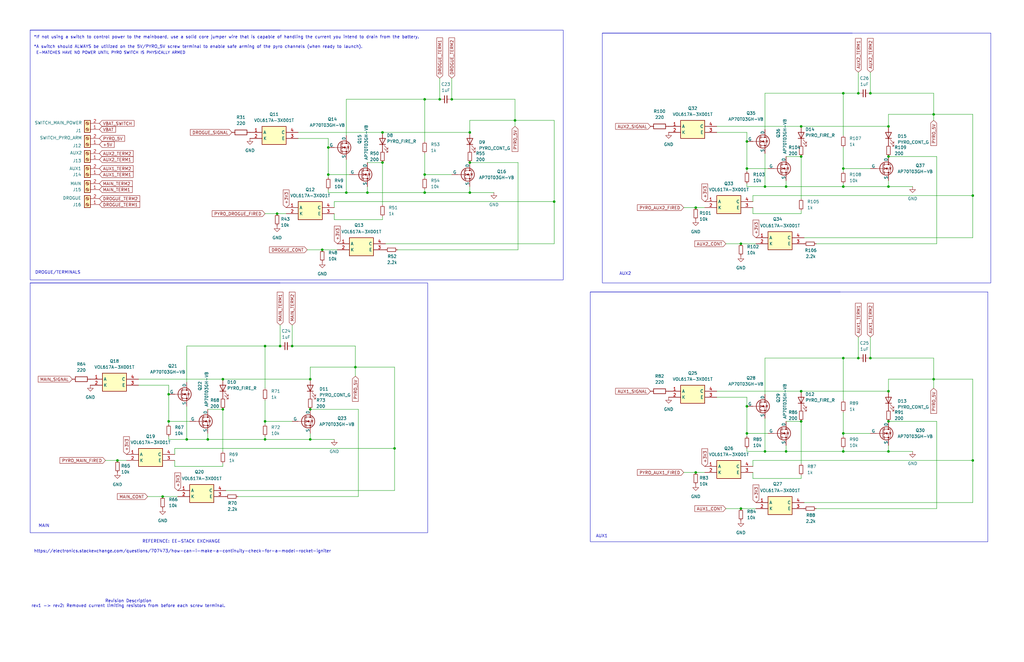
<source format=kicad_sch>
(kicad_sch (version 20231120) (generator "eeschema") (generator_version "8.0")
  (paper "B")
  (lib_symbols
    (symbol "Connector:Screw_Terminal_01x02" (pin_names (offset 1.016) hide)
      (property "Reference" "J" (at 0 2.54 0))
      (property "Value" "Screw_Terminal_01x02" (at 0 -5.08 0))
      (symbol "Screw_Terminal_01x02_1_1"
        (pin passive line (at -5.08 0 0) (length 3.81) (name "Pin_1") (number "1"))
        (pin passive line (at -5.08 -2.54 0) (length 3.81) (name "Pin_2") (number "2"))
      )
    )
    (symbol "Device:R" (pin_numbers hide) (pin_names (offset 0))
      (property "Reference" "R" (at 2.032 0 90))
      (property "Value" "R" (at 0 0 90))
      (symbol "R_1_1"
        (pin passive line (at 0 3.81 270) (length 1.27) (name "~") (number "1"))
        (pin passive line (at 0 -3.81 90) (length 1.27) (name "~") (number "2"))
      )
    )
    (symbol "GND_15" (power) (pin_numbers hide) (pin_names (offset 0) hide)
      (property "Value" "GND" (at 0 -3.81 0))
      (symbol "GND_15_1_1"
        (pin power_in line (at 0 0 270) (length 0) (name "~") (number "1"))
      )
    )
    (symbol "GND_16" (power) (pin_numbers hide) (pin_names (offset 0) hide)
      (property "Value" "GND" (at 0 -3.81 0))
      (symbol "GND_16_1_1"
        (pin power_in line (at 0 0 270) (length 0) (name "~") (number "1"))
      )
    )
    (symbol "GND_7" (power) (pin_numbers hide) (pin_names (offset 0) hide)
      (property "Value" "GND" (at 0 -3.81 0))
      (symbol "GND_7_1_1"
        (pin power_in line (at 0 0 270) (length 0) (name "~") (number "1"))
      )
    )
    (symbol "GND_8" (power) (pin_numbers hide) (pin_names (offset 0) hide)
      (property "Value" "GND" (at 0 -3.81 0))
      (symbol "GND_8_1_1"
        (pin power_in line (at 0 0 270) (length 0) (name "~") (number "1"))
      )
    )
    (symbol "Optoisolator:VOL617A-3X001T"
      (property "Reference" "Q" (at 16.51 7.62 0))
      (property "Value" "VOL617A-3X001T" (at 16.51 5.08 0))
      (symbol "VOL617A-3X001T_1_1"
        (pin passive line (at 0 0 0) (length 5.08) (name "A") (number "1"))
        (pin passive line (at 0 -2.54 0) (length 5.08) (name "K") (number "2"))
        (pin passive line (at 20.32 -2.54 180) (length 5.08) (name "E") (number "3"))
        (pin passive line (at 20.32 0 180) (length 5.08) (name "C") (number "4"))
      )
    )
    (symbol "Simulation_SPICE:NMOS" (pin_numbers hide) (pin_names (offset 0))
      (property "Reference" "Q" (at 5.08 1.27 0))
      (property "Value" "NMOS" (at 5.08 -1.27 0))
      (symbol "NMOS_1_1"
        (pin passive line (at 2.54 5.08 270) (length 2.54) (name "D") (number "1"))
        (pin input line (at -5.08 0 0) (length 2.54) (name "G") (number "2"))
        (pin passive line (at 2.54 -5.08 90) (length 2.54) (name "S") (number "3"))
      )
    )
    (symbol "cr-2032:C_Small" (pin_numbers hide) (pin_names (offset 0.254) hide)
      (property "Reference" "C" (at 0.254 1.778 0))
      (property "Value" "C_Small" (at 0.254 -2.032 0))
      (symbol "C_Small_1_1"
        (pin passive line (at 0 2.54 270) (length 2.032) (name "~") (number "1"))
        (pin passive line (at 0 -2.54 90) (length 2.032) (name "~") (number "2"))
      )
    )
    (symbol "cr-2032:LED" (pin_numbers hide) (pin_names (offset 1.016) hide)
      (property "Reference" "D" (at 0 2.54 0))
      (property "Value" "LED" (at 0 -2.54 0))
      (symbol "LED_1_1"
        (pin passive line (at -3.81 0 0) (length 2.54) (name "K") (number "1"))
        (pin passive line (at 3.81 0 180) (length 2.54) (name "A") (number "2"))
      )
    )
    (symbol "cr-2032:R_Small" (pin_numbers hide) (pin_names (offset 0.254) hide)
      (property "Reference" "R" (at 0.762 0.508 0))
      (property "Value" "R_Small" (at 0.762 -1.016 0))
      (symbol "R_Small_1_1"
        (pin passive line (at 0 2.54 270) (length 0.762) (name "~") (number "1"))
        (pin passive line (at 0 -2.54 90) (length 0.762) (name "~") (number "2"))
      )
    )
  )
  (junction (at 331.47 190.5))
  (junction (at 138.43 73.66))
  (junction (at 146.05 81.28))
  (junction (at 393.7 160.02))
  (junction (at 111.76 177.8))
  (junction (at 118.11 146.05))
  (junction (at 198.12 68.58))
  (junction (at 198.12 81.28))
  (junction (at 93.98 160.02))
  (junction (at 123.19 146.05))
  (junction (at 355.6 71.12))
  (junction (at 314.96 182.88))
  (junction (at 322.58 78.74))
  (junction (at 314.96 171.45))
  (junction (at 154.94 81.28))
  (junction (at 355.6 39.37))
  (junction (at 179.07 41.91))
  (junction (at 355.6 78.74))
  (junction (at 361.95 151.13))
  (junction (at 367.03 151.13))
  (junction (at 71.12 177.8))
  (junction (at 374.65 78.74))
  (junction (at 374.65 66.04))
  (junction (at 49.53 194.31))
  (junction (at 361.95 39.37))
  (junction (at 161.29 68.58))
  (junction (at 355.6 182.88))
  (junction (at 179.07 73.66))
  (junction (at 111.76 146.05))
  (junction (at 331.47 78.74))
  (junction (at 355.6 151.13))
  (junction (at 130.81 160.02))
  (junction (at 71.12 166.37))
  (junction (at 185.42 41.91))
  (junction (at 68.58 209.55))
  (junction (at 314.96 59.69))
  (junction (at 367.03 39.37))
  (junction (at 135.89 105.41))
  (junction (at 166.37 189.23))
  (junction (at 78.74 185.42))
  (junction (at 374.65 190.5))
  (junction (at 337.82 177.8))
  (junction (at 233.68 85.09))
  (junction (at 410.21 82.55))
  (junction (at 130.81 172.72))
  (junction (at 93.98 172.72))
  (junction (at 161.29 55.88))
  (junction (at 337.82 165.1))
  (junction (at 337.82 66.04))
  (junction (at 149.86 154.94))
  (junction (at 190.5 41.91))
  (junction (at 138.43 62.23))
  (junction (at 374.65 53.34))
  (junction (at 314.96 71.12))
  (junction (at 337.82 53.34))
  (junction (at 293.37 199.39))
  (junction (at 393.7 48.26))
  (junction (at 312.42 102.87))
  (junction (at 312.42 214.63))
  (junction (at 374.65 177.8))
  (junction (at 87.63 185.42))
  (junction (at 355.6 190.5))
  (junction (at 130.81 185.42))
  (junction (at 374.65 165.1))
  (junction (at 116.84 90.17))
  (junction (at 179.07 81.28))
  (junction (at 217.17 50.8))
  (junction (at 322.58 190.5))
  (junction (at 293.37 87.63))
  (junction (at 111.76 185.42))
  (junction (at 198.12 55.88))
  (junction (at 410.21 194.31))
  (wire (pts (xy 355.6 78.74) (xy 355.6 77.47)))
  (wire (pts (xy 394.97 214.63) (xy 394.97 177.8)))
  (wire (pts (xy 78.74 161.29) (xy 78.74 146.05)))
  (polyline (pts (xy 12.7 119.38) (xy 118.11 119.38)))
  (wire (pts (xy 149.86 158.75) (xy 149.86 154.94)))
  (wire (pts (xy 322.58 54.61) (xy 322.58 39.37)))
  (wire (pts (xy 149.86 146.05) (xy 149.86 154.94)))
  (wire (pts (xy 111.76 163.83) (xy 111.76 146.05)))
  (wire (pts (xy 355.6 190.5) (xy 374.65 190.5)))
  (wire (pts (xy 73.66 194.31) (xy 73.66 196.85)))
  (wire (pts (xy 111.76 90.17) (xy 116.84 90.17)))
  (wire (pts (xy 179.07 81.28) (xy 198.12 81.28)))
  (wire (pts (xy 410.21 48.26) (xy 410.21 82.55)))
  (wire (pts (xy 355.6 184.15) (xy 355.6 182.88)))
  (wire (pts (xy 125.73 58.42) (xy 138.43 58.42)))
  (wire (pts (xy 116.84 90.17) (xy 120.65 90.17)))
  (wire (pts (xy 314.96 190.5) (xy 322.58 190.5)))
  (wire (pts (xy 331.47 78.74) (xy 355.6 78.74)))
  (wire (pts (xy 217.17 53.34) (xy 217.17 50.8)))
  (wire (pts (xy 314.96 77.47) (xy 314.96 78.74)))
  (wire (pts (xy 331.47 190.5) (xy 355.6 190.5)))
  (wire (pts (xy 198.12 78.74) (xy 198.12 81.28)))
  (wire (pts (xy 394.97 102.87) (xy 394.97 66.04)))
  (wire (pts (xy 123.19 137.16) (xy 123.19 146.05)))
  (wire (pts (xy 218.44 105.41) (xy 218.44 68.58)))
  (wire (pts (xy 374.65 48.26) (xy 393.7 48.26)))
  (wire (pts (xy 146.05 81.28) (xy 154.94 81.28)))
  (wire (pts (xy 111.76 177.8) (xy 111.76 168.91)))
  (wire (pts (xy 355.6 72.39) (xy 355.6 71.12)))
  (wire (pts (xy 130.81 182.88) (xy 130.81 185.42)))
  (wire (pts (xy 129.54 105.41) (xy 135.89 105.41)))
  (wire (pts (xy 166.37 189.23) (xy 73.66 189.23)))
  (wire (pts (xy 337.82 201.93) (xy 337.82 200.66)))
  (wire (pts (xy 317.5 199.39) (xy 317.5 201.93)))
  (wire (pts (xy 111.76 146.05) (xy 118.11 146.05)))
  (wire (pts (xy 162.56 102.87) (xy 233.68 102.87)))
  (wire (pts (xy 217.17 41.91) (xy 217.17 50.8)))
  (wire (pts (xy 71.12 184.15) (xy 71.12 185.42)))
  (wire (pts (xy 337.82 90.17) (xy 337.82 88.9)))
  (wire (pts (xy 44.45 194.31) (xy 49.53 194.31)))
  (wire (pts (xy 218.44 68.58) (xy 198.12 68.58)))
  (wire (pts (xy 322.58 151.13) (xy 355.6 151.13)))
  (wire (pts (xy 314.96 55.88) (xy 314.96 59.69)))
  (wire (pts (xy 130.81 154.94) (xy 130.81 160.02)))
  (wire (pts (xy 166.37 189.23) (xy 166.37 207.01)))
  (wire (pts (xy 344.17 214.63) (xy 394.97 214.63)))
  (wire (pts (xy 367.03 30.48) (xy 367.03 39.37)))
  (wire (pts (xy 344.17 102.87) (xy 394.97 102.87)))
  (wire (pts (xy 322.58 39.37) (xy 355.6 39.37)))
  (wire (pts (xy 355.6 151.13) (xy 361.95 151.13)))
  (wire (pts (xy 314.96 59.69) (xy 314.96 71.12)))
  (wire (pts (xy 154.94 81.28) (xy 179.07 81.28)))
  (wire (pts (xy 217.17 41.91) (xy 190.5 41.91)))
  (wire (pts (xy 151.13 172.72) (xy 130.81 172.72)))
  (wire (pts (xy 367.03 142.24) (xy 367.03 151.13)))
  (wire (pts (xy 317.5 87.63) (xy 317.5 90.17)))
  (wire (pts (xy 58.42 160.02) (xy 93.98 160.02)))
  (wire (pts (xy 312.42 214.63) (xy 318.77 214.63)))
  (wire (pts (xy 322.58 64.77) (xy 322.58 78.74)))
  (wire (pts (xy 185.42 33.02) (xy 185.42 41.91)))
  (wire (pts (xy 323.85 182.88) (xy 314.96 182.88)))
  (wire (pts (xy 317.5 201.93) (xy 337.82 201.93)))
  (wire (pts (xy 374.65 190.5) (xy 384.81 190.5)))
  (wire (pts (xy 140.97 90.17) (xy 140.97 92.71)))
  (wire (pts (xy 393.7 39.37) (xy 367.03 39.37)))
  (wire (pts (xy 166.37 154.94) (xy 166.37 189.23)))
  (wire (pts (xy 71.12 166.37) (xy 71.12 177.8)))
  (wire (pts (xy 111.76 185.42) (xy 130.81 185.42)))
  (wire (pts (xy 337.82 53.34) (xy 374.65 53.34)))
  (wire (pts (xy 314.96 189.23) (xy 314.96 190.5)))
  (wire (pts (xy 337.82 177.8) (xy 337.82 195.58)))
  (wire (pts (xy 337.82 66.04) (xy 337.82 83.82)))
  (wire (pts (xy 167.64 105.41) (xy 218.44 105.41)))
  (wire (pts (xy 331.47 177.8) (xy 337.82 177.8)))
  (wire (pts (xy 73.66 189.23) (xy 73.66 191.77)))
  (wire (pts (xy 288.29 87.63) (xy 293.37 87.63)))
  (wire (pts (xy 179.07 74.93) (xy 179.07 73.66)))
  (wire (pts (xy 140.97 92.71) (xy 161.29 92.71)))
  (wire (pts (xy 71.12 162.56) (xy 71.12 166.37)))
  (wire (pts (xy 302.26 55.88) (xy 314.96 55.88)))
  (wire (pts (xy 80.01 177.8) (xy 71.12 177.8)))
  (wire (pts (xy 233.68 50.8) (xy 233.68 85.09)))
  (wire (pts (xy 73.66 196.85) (xy 93.98 196.85)))
  (wire (pts (xy 233.68 85.09) (xy 233.68 102.87)))
  (wire (pts (xy 410.21 194.31) (xy 317.5 194.31)))
  (wire (pts (xy 161.29 92.71) (xy 161.29 91.44)))
  (wire (pts (xy 111.76 179.07) (xy 111.76 177.8)))
  (wire (pts (xy 78.74 146.05) (xy 111.76 146.05)))
  (wire (pts (xy 355.6 71.12) (xy 355.6 62.23)))
  (wire (pts (xy 374.65 78.74) (xy 384.81 78.74)))
  (wire (pts (xy 355.6 71.12) (xy 367.03 71.12)))
  (wire (pts (xy 71.12 185.42) (xy 78.74 185.42)))
  (wire (pts (xy 312.42 102.87) (xy 318.77 102.87)))
  (wire (pts (xy 394.97 66.04) (xy 374.65 66.04)))
  (wire (pts (xy 393.7 48.26) (xy 410.21 48.26)))
  (wire (pts (xy 179.07 73.66) (xy 190.5 73.66)))
  (wire (pts (xy 118.11 137.16) (xy 118.11 146.05)))
  (wire (pts (xy 68.58 209.55) (xy 74.93 209.55)))
  (wire (pts (xy 355.6 190.5) (xy 355.6 189.23)))
  (wire (pts (xy 393.7 151.13) (xy 393.7 160.02)))
  (wire (pts (xy 125.73 55.88) (xy 161.29 55.88)))
  (wire (pts (xy 337.82 165.1) (xy 374.65 165.1)))
  (wire (pts (xy 138.43 58.42) (xy 138.43 62.23)))
  (wire (pts (xy 331.47 66.04) (xy 337.82 66.04)))
  (wire (pts (xy 355.6 168.91) (xy 355.6 151.13)))
  (wire (pts (xy 135.89 105.41) (xy 142.24 105.41)))
  (wire (pts (xy 138.43 62.23) (xy 138.43 73.66)))
  (wire (pts (xy 151.13 209.55) (xy 151.13 172.72)))
  (wire (pts (xy 138.43 80.01) (xy 138.43 81.28)))
  (wire (pts (xy 361.95 30.48) (xy 361.95 39.37)))
  (wire (pts (xy 130.81 154.94) (xy 149.86 154.94)))
  (wire (pts (xy 355.6 182.88) (xy 367.03 182.88)))
  (wire (pts (xy 138.43 73.66) (xy 138.43 74.93)))
  (wire (pts (xy 293.37 87.63) (xy 297.18 87.63)))
  (wire (pts (xy 154.94 78.74) (xy 154.94 81.28)))
  (wire (pts (xy 179.07 73.66) (xy 179.07 64.77)))
  (wire (pts (xy 393.7 50.8) (xy 393.7 48.26)))
  (wire (pts (xy 374.65 48.26) (xy 374.65 53.34)))
  (wire (pts (xy 394.97 177.8) (xy 374.65 177.8)))
  (wire (pts (xy 322.58 166.37) (xy 322.58 151.13)))
  (wire (pts (xy 410.21 82.55) (xy 410.21 100.33)))
  (wire (pts (xy 322.58 190.5) (xy 331.47 190.5)))
  (wire (pts (xy 361.95 142.24) (xy 361.95 151.13)))
  (wire (pts (xy 288.29 199.39) (xy 293.37 199.39)))
  (wire (pts (xy 355.6 182.88) (xy 355.6 173.99)))
  (wire (pts (xy 322.58 78.74) (xy 331.47 78.74)))
  (wire (pts (xy 161.29 68.58) (xy 161.29 86.36)))
  (wire (pts (xy 149.86 154.94) (xy 166.37 154.94)))
  (wire (pts (xy 393.7 163.83) (xy 393.7 160.02)))
  (wire (pts (xy 49.53 194.31) (xy 53.34 194.31)))
  (wire (pts (xy 314.96 71.12) (xy 314.96 72.39)))
  (wire (pts (xy 331.47 187.96) (xy 331.47 190.5)))
  (wire (pts (xy 100.33 209.55) (xy 151.13 209.55)))
  (wire (pts (xy 161.29 55.88) (xy 198.12 55.88)))
  (wire (pts (xy 140.97 85.09) (xy 140.97 87.63)))
  (wire (pts (xy 306.07 102.87) (xy 312.42 102.87)))
  (wire (pts (xy 198.12 50.8) (xy 217.17 50.8)))
  (wire (pts (xy 147.32 73.66) (xy 138.43 73.66)))
  (polyline (pts (xy 12.7 12.7) (xy 118.11 12.7)))
  (wire (pts (xy 87.63 185.42) (xy 111.76 185.42)))
  (wire (pts (xy 293.37 199.39) (xy 297.18 199.39)))
  (polyline (pts (xy 254 13.97) (xy 359.41 13.97)))
  (wire (pts (xy 154.94 68.58) (xy 161.29 68.58)))
  (wire (pts (xy 314.96 78.74) (xy 322.58 78.74)))
  (wire (pts (xy 410.21 160.02) (xy 410.21 194.31)))
  (wire (pts (xy 93.98 196.85) (xy 93.98 195.58)))
  (wire (pts (xy 217.17 50.8) (xy 233.68 50.8)))
  (wire (pts (xy 93.98 160.02) (xy 130.81 160.02)))
  (wire (pts (xy 410.21 82.55) (xy 317.5 82.55)))
  (wire (pts (xy 146.05 57.15) (xy 146.05 41.91)))
  (wire (pts (xy 302.26 165.1) (xy 337.82 165.1)))
  (wire (pts (xy 323.85 71.12) (xy 314.96 71.12)))
  (wire (pts (xy 149.86 146.05) (xy 123.19 146.05)))
  (wire (pts (xy 93.98 172.72) (xy 93.98 190.5)))
  (wire (pts (xy 393.7 160.02) (xy 410.21 160.02)))
  (wire (pts (xy 374.65 76.2) (xy 374.65 78.74)))
  (wire (pts (xy 314.96 171.45) (xy 314.96 182.88)))
  (wire (pts (xy 138.43 81.28) (xy 146.05 81.28)))
  (wire (pts (xy 146.05 41.91) (xy 179.07 41.91)))
  (wire (pts (xy 62.23 209.55) (xy 68.58 209.55)))
  (wire (pts (xy 393.7 39.37) (xy 393.7 48.26)))
  (wire (pts (xy 355.6 39.37) (xy 361.95 39.37)))
  (wire (pts (xy 314.96 167.64) (xy 314.96 171.45)))
  (wire (pts (xy 317.5 82.55) (xy 317.5 85.09)))
  (wire (pts (xy 198.12 81.28) (xy 208.28 81.28)))
  (wire (pts (xy 331.47 76.2) (xy 331.47 78.74)))
  (wire (pts (xy 146.05 67.31) (xy 146.05 81.28)))
  (wire (pts (xy 393.7 151.13) (xy 367.03 151.13)))
  (wire (pts (xy 322.58 176.53) (xy 322.58 190.5)))
  (wire (pts (xy 233.68 85.09) (xy 140.97 85.09)))
  (wire (pts (xy 339.09 212.09) (xy 410.21 212.09)))
  (wire (pts (xy 314.96 182.88) (xy 314.96 184.15)))
  (wire (pts (xy 111.76 185.42) (xy 111.76 184.15)))
  (wire (pts (xy 374.65 160.02) (xy 393.7 160.02)))
  (wire (pts (xy 198.12 50.8) (xy 198.12 55.88)))
  (wire (pts (xy 179.07 81.28) (xy 179.07 80.01)))
  (wire (pts (xy 317.5 90.17) (xy 337.82 90.17)))
  (wire (pts (xy 302.26 53.34) (xy 337.82 53.34)))
  (polyline (pts (xy 248.92 123.19) (xy 354.33 123.19)))
  (wire (pts (xy 130.81 185.42) (xy 140.97 185.42)))
  (wire (pts (xy 355.6 57.15) (xy 355.6 39.37)))
  (wire (pts (xy 317.5 194.31) (xy 317.5 196.85)))
  (wire (pts (xy 306.07 214.63) (xy 312.42 214.63)))
  (wire (pts (xy 355.6 78.74) (xy 374.65 78.74)))
  (wire (pts (xy 87.63 172.72) (xy 93.98 172.72)))
  (wire (pts (xy 87.63 182.88) (xy 87.63 185.42)))
  (wire (pts (xy 78.74 171.45) (xy 78.74 185.42)))
  (wire (pts (xy 71.12 177.8) (xy 71.12 179.07)))
  (wire (pts (xy 302.26 167.64) (xy 314.96 167.64)))
  (wire (pts (xy 374.65 187.96) (xy 374.65 190.5)))
  (wire (pts (xy 111.76 177.8) (xy 123.19 177.8)))
  (wire (pts (xy 374.65 160.02) (xy 374.65 165.1)))
  (wire (pts (xy 58.42 162.56) (xy 71.12 162.56)))
  (wire (pts (xy 190.5 33.02) (xy 190.5 41.91)))
  (wire (pts (xy 179.07 59.69) (xy 179.07 41.91)))
  (wire (pts (xy 410.21 194.31) (xy 410.21 212.09)))
  (wire (pts (xy 95.25 207.01) (xy 166.37 207.01)))
  (wire (pts (xy 78.74 185.42) (xy 87.63 185.42)))
  (wire (pts (xy 339.09 100.33) (xy 410.21 100.33)))
  (wire (pts (xy 179.07 41.91) (xy 185.42 41.91)))
  (rectangle (start 12.7 12.7) (end 237.49 118.11))
  (rectangle (start 254 13.97) (end 417.83 119.38))
  (rectangle (start 248.92 123.19) (end 416.56 228.6))
  (rectangle (start 12.7 119.38) (end 180.34 224.79))
  (text "MAIN" (at 18.542 221.996 0) (effects (font (size 1.27 1.27))))
  (text "REFERENCE: EE-STACK EXCHANGE \n\nhttps://electronics.stackexchange.com/questions/707473/how-can-i-make-a-continuity-check-for-a-model-rocket-igniter" (at 76.962 230.632 0) (effects (font (size 1.27 1.27))))
  (text "DROGUE/TERMINALS\n" (at 24.384 115.062 0) (effects (font (size 1.27 1.27))))
  (text "AUX1\n" (at 253.746 226.314 0) (effects (font (size 1.27 1.27))))
  (text "*If not using a switch to control power to the mainboard, use a solid core jumper wire that is capable of handling the current you intend to drain from the battery.\n\n*A switch should ALWAYS be utilized on the 5V/PYRO_5V screw terminal to enable safe arming of the pyro channels (when ready to launch)." (at 14.224 17.78 0) (effects (font (size 1.27 1.27)) (justify left)))
  (text "Revision Description \nrev1 -> rev2: Removed current limiting resistors from before each screw terminal. \n			  \n			  " (at 54.61 256.794 0) (effects (font (size 1.27 1.27))))
  (text "AUX2\n" (at 263.652 115.57 0) (effects (font (size 1.27 1.27))))
  (text "E-MATCHES HAVE NO POWER UNTIL PYRO SWITCH IS PHYSICALLY ARMED" (at 46.736 22.352 0) (effects (font (size 1.143 1.143))))
  (global_label "+5V" (shape input) (at 41.91 60.96 0) (property "Intersheetrefs" "${INTERSHEET_REFS}" (effects (hide yes))))
  (global_label "PYRO_AUX2_FIRED" (shape input) (at 288.29 87.63 180) (property "Intersheetrefs" "${INTERSHEET_REFS}" (effects (hide yes))))
  (global_label "AUX1_TERM1" (shape input) (at 41.91 73.66 0) (property "Intersheetrefs" "${INTERSHEET_REFS}" (effects (hide yes))))
  (global_label "PYRO_5V" (shape input) (at 393.7 163.83 270) (property "Intersheetrefs" "${INTERSHEET_REFS}" (effects (hide yes))))
  (global_label "DROGUE_SIGNAL" (shape input) (at 97.79 55.88 180) (property "Intersheetrefs" "${INTERSHEET_REFS}" (effects (hide yes))))
  (global_label "AUX1_SIGNAL" (shape input) (at 274.32 165.1 180) (property "Intersheetrefs" "${INTERSHEET_REFS}" (effects (hide yes))))
  (global_label "DROGUE_TERM1" (shape input) (at 185.42 33.02 90) (property "Intersheetrefs" "${INTERSHEET_REFS}" (effects (hide yes))))
  (global_label "+3V3" (shape input) (at 297.18 196.85 90) (property "Intersheetrefs" "${INTERSHEET_REFS}" (effects (hide yes))))
  (global_label "MAIN_TERM1" (shape input) (at 118.11 137.16 90) (property "Intersheetrefs" "${INTERSHEET_REFS}" (effects (hide yes))))
  (global_label "+3V3" (shape input) (at 74.93 207.01 90) (property "Intersheetrefs" "${INTERSHEET_REFS}" (effects (hide yes))))
  (global_label "MAIN_TERM2" (shape input) (at 123.19 137.16 90) (property "Intersheetrefs" "${INTERSHEET_REFS}" (effects (hide yes))))
  (global_label "VBAT_SWITCH" (shape input) (at 41.91 52.07 0) (property "Intersheetrefs" "${INTERSHEET_REFS}" (effects (hide yes))))
  (global_label "DROGUE_TERM2" (shape input) (at 41.91 83.82 0) (property "Intersheetrefs" "${INTERSHEET_REFS}" (effects (hide yes))))
  (global_label "+3V3" (shape input) (at 53.34 191.77 90) (property "Intersheetrefs" "${INTERSHEET_REFS}" (effects (hide yes))))
  (global_label "AUX2_CONT" (shape input) (at 306.07 102.87 180) (property "Intersheetrefs" "${INTERSHEET_REFS}" (effects (hide yes))))
  (global_label "MAIN_CONT" (shape input) (at 62.23 209.55 180) (property "Intersheetrefs" "${INTERSHEET_REFS}" (effects (hide yes))))
  (global_label "PYRO_MAIN_FIRED" (shape input) (at 44.45 194.31 180) (property "Intersheetrefs" "${INTERSHEET_REFS}" (effects (hide yes))))
  (global_label "+3V3" (shape input) (at 120.65 87.63 90) (property "Intersheetrefs" "${INTERSHEET_REFS}" (effects (hide yes))))
  (global_label "PYRO_DROGUE_FIRED" (shape input) (at 111.76 90.17 180) (property "Intersheetrefs" "${INTERSHEET_REFS}" (effects (hide yes))))
  (global_label "AUX1_CONT" (shape input) (at 306.07 214.63 180) (property "Intersheetrefs" "${INTERSHEET_REFS}" (effects (hide yes))))
  (global_label "MAIN_TERM1" (shape input) (at 41.91 80.01 0) (property "Intersheetrefs" "${INTERSHEET_REFS}" (effects (hide yes))))
  (global_label "DROGUE_TERM1" (shape input) (at 41.91 86.36 0) (property "Intersheetrefs" "${INTERSHEET_REFS}" (effects (hide yes))))
  (global_label "AUX1_TERM2" (shape input) (at 41.91 71.12 0) (property "Intersheetrefs" "${INTERSHEET_REFS}" (effects (hide yes))))
  (global_label "AUX2_TERM2" (shape input) (at 41.91 64.77 0) (property "Intersheetrefs" "${INTERSHEET_REFS}" (effects (hide yes))))
  (global_label "PYRO_AUX1_FIRED" (shape input) (at 288.29 199.39 180) (property "Intersheetrefs" "${INTERSHEET_REFS}" (effects (hide yes))))
  (global_label "+3V3" (shape input) (at 318.77 100.33 90) (property "Intersheetrefs" "${INTERSHEET_REFS}" (effects (hide yes))))
  (global_label "PYRO_5V" (shape input) (at 41.91 58.42 0) (property "Intersheetrefs" "${INTERSHEET_REFS}" (effects (hide yes))))
  (global_label "PYRO_5V" (shape input) (at 149.86 158.75 270) (property "Intersheetrefs" "${INTERSHEET_REFS}" (effects (hide yes))))
  (global_label "VBAT" (shape input) (at 41.91 54.61 0) (property "Intersheetrefs" "${INTERSHEET_REFS}" (effects (hide yes))))
  (global_label "PYRO_5V" (shape input) (at 217.17 53.34 270) (property "Intersheetrefs" "${INTERSHEET_REFS}" (effects (hide yes))))
  (global_label "AUX1_TERM1" (shape input) (at 361.95 142.24 90) (property "Intersheetrefs" "${INTERSHEET_REFS}" (effects (hide yes))))
  (global_label "AUX2_TERM1" (shape input) (at 361.95 30.48 90) (property "Intersheetrefs" "${INTERSHEET_REFS}" (effects (hide yes))))
  (global_label "+3V3" (shape input) (at 318.77 212.09 90) (property "Intersheetrefs" "${INTERSHEET_REFS}" (effects (hide yes))))
  (global_label "PYRO_5V" (shape input) (at 393.7 50.8 270) (property "Intersheetrefs" "${INTERSHEET_REFS}" (effects (hide yes))))
  (global_label "DROGUE_CONT" (shape input) (at 129.54 105.41 180) (property "Intersheetrefs" "${INTERSHEET_REFS}" (effects (hide yes))))
  (global_label "MAIN_TERM2" (shape input) (at 41.91 77.47 0) (property "Intersheetrefs" "${INTERSHEET_REFS}" (effects (hide yes))))
  (global_label "+3V3" (shape input) (at 142.24 102.87 90) (property "Intersheetrefs" "${INTERSHEET_REFS}" (effects (hide yes))))
  (global_label "AUX2_TERM1" (shape input) (at 41.91 67.31 0) (property "Intersheetrefs" "${INTERSHEET_REFS}" (effects (hide yes))))
  (global_label "MAIN_SIGNAL" (shape input) (at 30.48 160.02 180) (property "Intersheetrefs" "${INTERSHEET_REFS}" (effects (hide yes))))
  (global_label "AUX1_TERM2" (shape input) (at 367.03 142.24 90) (property "Intersheetrefs" "${INTERSHEET_REFS}" (effects (hide yes))))
  (global_label "AUX2_SIGNAL" (shape input) (at 274.32 53.34 180) (property "Intersheetrefs" "${INTERSHEET_REFS}" (effects (hide yes))))
  (global_label "DROGUE_TERM2" (shape input) (at 190.5 33.02 90) (property "Intersheetrefs" "${INTERSHEET_REFS}" (effects (hide yes))))
  (global_label "AUX2_TERM2" (shape input) (at 367.03 30.48 90) (property "Intersheetrefs" "${INTERSHEET_REFS}" (effects (hide yes))))
  (global_label "+3V3" (shape input) (at 297.18 85.09 90) (property "Intersheetrefs" "${INTERSHEET_REFS}" (effects (hide yes))))
  (symbol (lib_id "cr-2032:R_Small") (at 341.63 102.87 270) (unit 1)
    (property "Reference" "R106" (at 341.884 105.664 90))
    (property "Value" "2.2k" (at 341.884 108.204 90))
    (property "Footprint" "Resistor_SMD:R_0603_1608Metric" (effects (hide yes)))
    (property "Description" "Resistor, small symbol" (effects (hide yes)))
  )
  (symbol (lib_id "Optoisolator:VOL617A-3X001T") (at 318.77 212.09 0) (unit 1)
    (property "Reference" "Q27" (at 327.914 204.216 0))
    (property "Value" "VOL617A-3X001T" (at 328.93 207.01 0))
    (property "Footprint" "optoisolator:SOP254P1015X230-4N" (effects (hide yes)))
    (property "Datasheet" "https://www.vishay.com/docs/82424/vol617a.pdf" (effects (hide yes)))
    (property "Description" "Transistor Output Optocouplers Phototransistor Out CTR 100-200% IF=5M" (effects (hide yes)))
    (property "Height" "2.3" (effects (hide yes)))
    (property "Mouser Part Number" "78-VOL617A-3X001T" (effects (hide yes)))
    (property "Mouser Price/Stock" "https://www.mouser.co.uk/ProductDetail/Vishay-Semiconductors/VOL617A-3X001T?qs=s4XK1XdnRilgLzp851N9tg%3D%3D" (effects (hide yes)))
    (property "Manufacturer_Name" "Vishay" (effects (hide yes)))
    (property "Manufacturer_Part_Number" "VOL617A-3X001T" (effects (hide yes)))
  )
  (symbol (lib_id "Connector:Screw_Terminal_01x02") (at 36.83 54.61 180) (unit 1)
    (property "Reference" "J1" (at 34.29 55.118 0) (effects (justify left)))
    (property "Value" "SWITCH_MAIN_POWER" (at 34.544 51.816 0) (effects (justify left)))
    (property "Footprint" "TerminalBlock:TerminalBlock_Wuerth_691311400102_P7.62mm" (effects (hide yes)))
    (property "Description" "Generic screw terminal, single row, 01x02, script generated (kicad-library-utils/schlib/autogen/connector/)" (effects (hide yes)))
  )
  (symbol (lib_name "GND_7") (lib_id "power:GND") (at 281.94 55.88 0) (unit 1)
    (property "Reference" "#PWR080" (effects (hide yes)))
    (property "Value" "GND" (at 281.94 60.96 0))
    (property "Description" "Power symbol creates a global label with name \"GND\" , ground" (effects (hide yes)))
  )
  (symbol (lib_id "cr-2032:R_Small") (at 314.96 186.69 0) (unit 1)
    (property "Reference" "R85" (at 317.5 185.4199 0) (effects (justify left)))
    (property "Value" "10k" (at 317.5 187.9599 0) (effects (justify left)))
    (property "Footprint" "Resistor_SMD:R_0603_1608Metric" (effects (hide yes)))
    (property "Description" "Resistor, small symbol" (effects (hide yes)))
  )
  (symbol (lib_id "cr-2032:LED") (at 130.81 163.83 90) (unit 1)
    (property "Reference" "D11" (at 134.62 164.1474 90) (effects (justify right)))
    (property "Value" "PYRO_CONT_G" (at 134.62 166.6874 90) (effects (justify right)))
    (property "Footprint" "LED_SMD:LED_0603_1608Metric" (effects (hide yes)))
    (property "Description" "Light emitting diode" (effects (hide yes)))
  )
  (symbol (lib_name "GND_15") (lib_id "power:GND") (at 116.84 95.25 0) (unit 1)
    (property "Reference" "#PWR066" (effects (hide yes)))
    (property "Value" "GND" (at 116.84 100.33 0))
    (property "Description" "Power symbol creates a global label with name \"GND\" , ground" (effects (hide yes)))
  )
  (symbol (lib_id "cr-2032:R_Small") (at 111.76 166.37 0) (unit 1)
    (property "Reference" "R71" (at 114.3 165.0999 0) (effects (justify left)))
    (property "Value" "1k" (at 114.3 167.6399 0) (effects (justify left)))
    (property "Footprint" "Resistor_SMD:R_0603_1608Metric" (effects (hide yes)))
    (property "Description" "Resistor, small symbol" (effects (hide yes)))
  )
  (symbol (lib_id "cr-2032:LED") (at 374.65 57.15 90) (unit 1)
    (property "Reference" "D15" (at 378.46 57.4674 90) (effects (justify right)))
    (property "Value" "PYRO_CONT_G" (at 378.46 60.0074 90) (effects (justify right)))
    (property "Footprint" "LED_SMD:LED_0603_1608Metric" (effects (hide yes)))
    (property "Description" "Light emitting diode" (effects (hide yes)))
  )
  (symbol (lib_id "Simulation_SPICE:NMOS") (at 195.58 73.66 0) (unit 1)
    (property "Reference" "Q16" (at 209.55 72.3899 0) (effects (justify left)))
    (property "Value" "AP70T03GH-VB" (at 201.93 74.9299 0) (effects (justify left)))
    (property "Footprint" "Package_TO_SOT_SMD:TO-252-TEST-HAVOC" (effects (hide yes)))
    (property "Datasheet" "https://ngspice.sourceforge.io/docs/ngspice-html-manual/manual.xhtml#cha_MOSFETs" (effects (hide yes)))
    (property "Description" "N-MOSFET transistor, drain/source/gate" (effects (hide yes)))
    (property "Sim.Device" "NMOS" (effects (hide yes)))
    (property "Sim.Type" "VDMOS" (effects (hide yes)))
    (property "Sim.Pins" "1=D 2=G 3=S" (effects (hide yes)))
  )
  (symbol (lib_id "cr-2032:R_Small") (at 198.12 66.04 0) (unit 1)
    (property "Reference" "R55" (at 200.66 64.7699 0) (effects (justify left)))
    (property "Value" "200" (at 200.66 67.3099 0) (effects (justify left)))
    (property "Footprint" "Resistor_SMD:R_0603_1608Metric" (effects (hide yes)))
    (property "Description" "Resistor, small symbol" (effects (hide yes)))
  )
  (symbol (lib_id "cr-2032:R_Small") (at 130.81 170.18 0) (unit 1)
    (property "Reference" "R73" (at 133.35 168.9099 0) (effects (justify left)))
    (property "Value" "200" (at 133.35 171.4499 0) (effects (justify left)))
    (property "Footprint" "Resistor_SMD:R_0603_1608Metric" (effects (hide yes)))
    (property "Description" "Resistor, small symbol" (effects (hide yes)))
  )
  (symbol (lib_id "Simulation_SPICE:NMOS") (at 76.2 166.37 0) (unit 1)
    (property "Reference" "Q21" (at 70.866 154.432 0) (effects (justify left)))
    (property "Value" "AP70T03GH-VB" (at 63.246 156.972 0) (effects (justify left)))
    (property "Footprint" "Package_TO_SOT_SMD:TO-252-TEST-HAVOC" (effects (hide yes)))
    (property "Datasheet" "https://ngspice.sourceforge.io/docs/ngspice-html-manual/manual.xhtml#cha_MOSFETs" (effects (hide yes)))
    (property "Description" "N-MOSFET transistor, drain/source/gate" (effects (hide yes)))
    (property "Sim.Device" "NMOS" (effects (hide yes)))
    (property "Sim.Type" "VDMOS" (effects (hide yes)))
    (property "Sim.Pins" "1=D 2=G 3=S" (effects (hide yes)))
  )
  (symbol (lib_id "Connector:Screw_Terminal_01x02") (at 36.83 60.96 180) (unit 1)
    (property "Reference" "J12" (at 34.29 61.468 0) (effects (justify left)))
    (property "Value" "SWITCH_PYRO_ARM" (at 34.544 58.166 0) (effects (justify left)))
    (property "Footprint" "TerminalBlock:TerminalBlock_Wuerth_691311400102_P7.62mm" (effects (hide yes)))
    (property "Description" "Generic screw terminal, single row, 01x02, script generated (kicad-library-utils/schlib/autogen/connector/)" (effects (hide yes)))
  )
  (symbol (lib_id "cr-2032:R_Small") (at 71.12 181.61 0) (unit 1)
    (property "Reference" "R67" (at 73.66 180.3399 0) (effects (justify left)))
    (property "Value" "10k" (at 73.66 182.8799 0) (effects (justify left)))
    (property "Footprint" "Resistor_SMD:R_0603_1608Metric" (effects (hide yes)))
    (property "Description" "Resistor, small symbol" (effects (hide yes)))
  )
  (symbol (lib_id "Optoisolator:VOL617A-3X001T") (at 281.94 165.1 0) (unit 1)
    (property "Reference" "Q25" (at 292.1 157.48 0))
    (property "Value" "VOL617A-3X001T" (at 292.1 160.02 0))
    (property "Footprint" "optoisolator:SOP254P1015X230-4N" (effects (hide yes)))
    (property "Datasheet" "https://www.vishay.com/docs/82424/vol617a.pdf" (effects (hide yes)))
    (property "Description" "Transistor Output Optocouplers Phototransistor Out CTR 100-200% IF=5M" (effects (hide yes)))
    (property "Height" "2.3" (effects (hide yes)))
    (property "Mouser Part Number" "78-VOL617A-3X001T" (effects (hide yes)))
    (property "Mouser Price/Stock" "https://www.mouser.co.uk/ProductDetail/Vishay-Semiconductors/VOL617A-3X001T?qs=s4XK1XdnRilgLzp851N9tg%3D%3D" (effects (hide yes)))
    (property "Manufacturer_Name" "Vishay" (effects (hide yes)))
    (property "Manufacturer_Part_Number" "VOL617A-3X001T" (effects (hide yes)))
  )
  (symbol (lib_id "Connector:Screw_Terminal_01x02") (at 36.83 86.36 180) (unit 1)
    (property "Reference" "J16" (at 34.29 86.36 0) (effects (justify left)))
    (property "Value" "DROGUE" (at 34.29 83.566 0) (effects (justify left)))
    (property "Footprint" "TerminalBlock:TerminalBlock_Wuerth_691311400102_P7.62mm" (effects (hide yes)))
    (property "Description" "Generic screw terminal, single row, 01x02, script generated (kicad-library-utils/schlib/autogen/connector/)" (effects (hide yes)))
  )
  (symbol (lib_id "Optoisolator:VOL617A-3X001T") (at 105.41 55.88 0) (unit 1)
    (property "Reference" "Q11" (at 115.57 48.26 0))
    (property "Value" "VOL617A-3X001T" (at 115.57 50.8 0))
    (property "Footprint" "optoisolator:SOP254P1015X230-4N" (effects (hide yes)))
    (property "Datasheet" "https://www.vishay.com/docs/82424/vol617a.pdf" (effects (hide yes)))
    (property "Description" "Transistor Output Optocouplers Phototransistor Out CTR 100-200% IF=5M" (effects (hide yes)))
    (property "Height" "2.3" (effects (hide yes)))
    (property "Mouser Part Number" "78-VOL617A-3X001T" (effects (hide yes)))
    (property "Mouser Price/Stock" "https://www.mouser.co.uk/ProductDetail/Vishay-Semiconductors/VOL617A-3X001T?qs=s4XK1XdnRilgLzp851N9tg%3D%3D" (effects (hide yes)))
    (property "Manufacturer_Name" "Vishay" (effects (hide yes)))
    (property "Manufacturer_Part_Number" "VOL617A-3X001T" (effects (hide yes)))
  )
  (symbol (lib_name "GND_7") (lib_id "power:GND") (at 105.41 58.42 0) (unit 1)
    (property "Reference" "#PWR065" (effects (hide yes)))
    (property "Value" "GND" (at 105.41 63.5 0))
    (property "Description" "Power symbol creates a global label with name \"GND\" , ground" (effects (hide yes)))
  )
  (symbol (lib_id "Simulation_SPICE:NMOS") (at 85.09 177.8 0) (unit 1)
    (property "Reference" "Q22" (at 84.328 164.846 90) (effects (justify left)))
    (property "Value" "AP70T03GH-VB" (at 87.122 171.704 90) (effects (justify left)))
    (property "Footprint" "Package_TO_SOT_SMD:TO-252-TEST-HAVOC" (effects (hide yes)))
    (property "Datasheet" "https://ngspice.sourceforge.io/docs/ngspice-html-manual/manual.xhtml#cha_MOSFETs" (effects (hide yes)))
    (property "Description" "N-MOSFET transistor, drain/source/gate" (effects (hide yes)))
    (property "Sim.Device" "NMOS" (effects (hide yes)))
    (property "Sim.Type" "VDMOS" (effects (hide yes)))
    (property "Sim.Pins" "1=D 2=G 3=S" (effects (hide yes)))
  )
  (symbol (lib_id "cr-2032:R_Small") (at 337.82 198.12 0) (unit 1)
    (property "Reference" "R87" (at 340.36 196.8499 0) (effects (justify left)))
    (property "Value" "1k" (at 340.36 199.3899 0) (effects (justify left)))
    (property "Footprint" "Resistor_SMD:R_0603_1608Metric" (effects (hide yes)))
    (property "Description" "Resistor, small symbol" (effects (hide yes)))
  )
  (symbol (lib_id "cr-2032:R_Small") (at 374.65 63.5 0) (unit 1)
    (property "Reference" "R109" (at 377.19 62.2299 0) (effects (justify left)))
    (property "Value" "200" (at 377.19 64.7699 0) (effects (justify left)))
    (property "Footprint" "Resistor_SMD:R_0603_1608Metric" (effects (hide yes)))
    (property "Description" "Resistor, small symbol" (effects (hide yes)))
  )
  (symbol (lib_id "Device:R") (at 101.6 55.88 90) (unit 1)
    (property "Reference" "R31" (at 101.6 49.53 90))
    (property "Value" "220" (at 101.6 52.07 90))
    (property "Footprint" "Resistor_SMD:R_0805_2012Metric" (effects (hide yes)))
    (property "Description" "Resistor" (effects (hide yes)))
  )
  (symbol (lib_id "Connector:Screw_Terminal_01x02") (at 36.83 80.01 180) (unit 1)
    (property "Reference" "J15" (at 34.29 80.0101 0) (effects (justify left)))
    (property "Value" "MAIN" (at 34.29 77.4701 0) (effects (justify left)))
    (property "Footprint" "TerminalBlock:TerminalBlock_Wuerth_691311400102_P7.62mm" (effects (hide yes)))
    (property "Description" "Generic screw terminal, single row, 01x02, script generated (kicad-library-utils/schlib/autogen/connector/)" (effects (hide yes)))
  )
  (symbol (lib_name "GND_7") (lib_id "power:GND") (at 38.1 162.56 0) (unit 1)
    (property "Reference" "#PWR070" (effects (hide yes)))
    (property "Value" "GND" (at 38.1 167.64 0))
    (property "Description" "Power symbol creates a global label with name \"GND\" , ground" (effects (hide yes)))
  )
  (symbol (lib_id "Connector:Screw_Terminal_01x02") (at 36.83 67.31 180) (unit 1)
    (property "Reference" "J13" (at 34.29 67.818 0) (effects (justify left)))
    (property "Value" "AUX2" (at 34.544 64.516 0) (effects (justify left)))
    (property "Footprint" "TerminalBlock:TerminalBlock_Wuerth_691311400102_P7.62mm" (effects (hide yes)))
    (property "Description" "Generic screw terminal, single row, 01x02, script generated (kicad-library-utils/schlib/autogen/connector/)" (effects (hide yes)))
  )
  (symbol (lib_id "Optoisolator:VOL617A-3X001T") (at 38.1 160.02 0) (unit 1)
    (property "Reference" "Q18" (at 48.26 152.4 0))
    (property "Value" "VOL617A-3X001T" (at 48.26 154.94 0))
    (property "Footprint" "optoisolator:SOP254P1015X230-4N" (effects (hide yes)))
    (property "Datasheet" "https://www.vishay.com/docs/82424/vol617a.pdf" (effects (hide yes)))
    (property "Description" "Transistor Output Optocouplers Phototransistor Out CTR 100-200% IF=5M" (effects (hide yes)))
    (property "Height" "2.3" (effects (hide yes)))
    (property "Mouser Part Number" "78-VOL617A-3X001T" (effects (hide yes)))
    (property "Mouser Price/Stock" "https://www.mouser.co.uk/ProductDetail/Vishay-Semiconductors/VOL617A-3X001T?qs=s4XK1XdnRilgLzp851N9tg%3D%3D" (effects (hide yes)))
    (property "Manufacturer_Name" "Vishay" (effects (hide yes)))
    (property "Manufacturer_Part_Number" "VOL617A-3X001T" (effects (hide yes)))
  )
  (symbol (lib_id "cr-2032:R_Small") (at 355.6 74.93 0) (unit 1)
    (property "Reference" "R108" (at 358.14 73.6599 0) (effects (justify left)))
    (property "Value" "10k" (at 358.14 76.1999 0) (effects (justify left)))
    (property "Footprint" "Resistor_SMD:R_0603_1608Metric" (effects (hide yes)))
    (property "Description" "Resistor, small symbol" (effects (hide yes)))
  )
  (symbol (lib_name "GND_8") (lib_id "power:GND") (at 384.81 190.5 0) (unit 1)
    (property "Reference" "#PWR078" (effects (hide yes)))
    (property "Value" "GND" (at 384.81 195.58 0))
    (property "Description" "Power symbol creates a global label with name \"GND\" , ground" (effects (hide yes)))
  )
  (symbol (lib_name "GND_8") (lib_id "power:GND") (at 384.81 78.74 0) (unit 1)
    (property "Reference" "#PWR083" (effects (hide yes)))
    (property "Value" "GND" (at 384.81 83.82 0))
    (property "Description" "Power symbol creates a global label with name \"GND\" , ground" (effects (hide yes)))
  )
  (symbol (lib_id "cr-2032:R_Small") (at 314.96 74.93 0) (unit 1)
    (property "Reference" "R103" (at 317.5 73.6599 0) (effects (justify left)))
    (property "Value" "10k" (at 317.5 76.1999 0) (effects (justify left)))
    (property "Footprint" "Resistor_SMD:R_0603_1608Metric" (effects (hide yes)))
    (property "Description" "Resistor, small symbol" (effects (hide yes)))
  )
  (symbol (lib_id "Device:R") (at 34.29 160.02 90) (unit 1)
    (property "Reference" "R64" (at 34.29 153.67 90))
    (property "Value" "220" (at 34.29 156.21 90))
    (property "Footprint" "Resistor_SMD:R_0805_2012Metric" (effects (hide yes)))
    (property "Description" "Resistor" (effects (hide yes)))
  )
  (symbol (lib_id "cr-2032:R_Small") (at 111.76 181.61 0) (unit 1)
    (property "Reference" "R72" (at 114.3 180.3399 0) (effects (justify left)))
    (property "Value" "10k" (at 114.3 182.8799 0) (effects (justify left)))
    (property "Footprint" "Resistor_SMD:R_0603_1608Metric" (effects (hide yes)))
    (property "Description" "Resistor, small symbol" (effects (hide yes)))
  )
  (symbol (lib_id "cr-2032:R_Small") (at 138.43 77.47 0) (unit 1)
    (property "Reference" "R49" (at 140.97 76.1999 0) (effects (justify left)))
    (property "Value" "10k" (at 140.97 78.7399 0) (effects (justify left)))
    (property "Footprint" "Resistor_SMD:R_0603_1608Metric" (effects (hide yes)))
    (property "Description" "Resistor, small symbol" (effects (hide yes)))
  )
  (symbol (lib_id "cr-2032:R_Small") (at 355.6 171.45 0) (unit 1)
    (property "Reference" "R89" (at 358.14 170.1799 0) (effects (justify left)))
    (property "Value" "1k" (at 358.14 172.7199 0) (effects (justify left)))
    (property "Footprint" "Resistor_SMD:R_0603_1608Metric" (effects (hide yes)))
    (property "Description" "Resistor, small symbol" (effects (hide yes)))
  )
  (symbol (lib_name "GND_16") (lib_id "power:GND") (at 68.58 214.63 0) (unit 1)
    (property "Reference" "#PWR072" (effects (hide yes)))
    (property "Value" "GND" (at 68.58 219.71 0))
    (property "Description" "Power symbol creates a global label with name \"GND\" , ground" (effects (hide yes)))
  )
  (symbol (lib_name "GND_8") (lib_id "power:GND") (at 140.97 185.42 0) (unit 1)
    (property "Reference" "#PWR073" (effects (hide yes)))
    (property "Value" "GND" (at 140.97 190.5 0))
    (property "Description" "Power symbol creates a global label with name \"GND\" , ground" (effects (hide yes)))
  )
  (symbol (lib_name "GND_16") (lib_id "power:GND") (at 312.42 107.95 0) (unit 1)
    (property "Reference" "#PWR082" (effects (hide yes)))
    (property "Value" "GND" (at 312.42 113.03 0))
    (property "Description" "Power symbol creates a global label with name \"GND\" , ground" (effects (hide yes)))
  )
  (symbol (lib_name "GND_15") (lib_id "power:GND") (at 293.37 92.71 0) (unit 1)
    (property "Reference" "#PWR081" (effects (hide yes)))
    (property "Value" "GND" (at 293.37 97.79 0))
    (property "Description" "Power symbol creates a global label with name \"GND\" , ground" (effects (hide yes)))
  )
  (symbol (lib_id "Optoisolator:VOL617A-3X001T") (at 318.77 100.33 0) (unit 1)
    (property "Reference" "Q34" (at 327.914 92.456 0))
    (property "Value" "VOL617A-3X001T" (at 328.93 95.25 0))
    (property "Footprint" "optoisolator:SOP254P1015X230-4N" (effects (hide yes)))
    (property "Datasheet" "https://www.vishay.com/docs/82424/vol617a.pdf" (effects (hide yes)))
    (property "Description" "Transistor Output Optocouplers Phototransistor Out CTR 100-200% IF=5M" (effects (hide yes)))
    (property "Height" "2.3" (effects (hide yes)))
    (property "Mouser Part Number" "78-VOL617A-3X001T" (effects (hide yes)))
    (property "Mouser Price/Stock" "https://www.mouser.co.uk/ProductDetail/Vishay-Semiconductors/VOL617A-3X001T?qs=s4XK1XdnRilgLzp851N9tg%3D%3D" (effects (hide yes)))
    (property "Manufacturer_Name" "Vishay" (effects (hide yes)))
    (property "Manufacturer_Part_Number" "VOL617A-3X001T" (effects (hide yes)))
  )
  (symbol (lib_id "Simulation_SPICE:NMOS") (at 152.4 73.66 0) (unit 1)
    (property "Reference" "Q15" (at 151.638 60.706 90) (effects (justify left)))
    (property "Value" "AP70T03GH-VB" (at 154.432 67.564 90) (effects (justify left)))
    (property "Footprint" "Package_TO_SOT_SMD:TO-252-TEST-HAVOC" (effects (hide yes)))
    (property "Datasheet" "https://ngspice.sourceforge.io/docs/ngspice-html-manual/manual.xhtml#cha_MOSFETs" (effects (hide yes)))
    (property "Description" "N-MOSFET transistor, drain/source/gate" (effects (hide yes)))
    (property "Sim.Device" "NMOS" (effects (hide yes)))
    (property "Sim.Type" "VDMOS" (effects (hide yes)))
    (property "Sim.Pins" "1=D 2=G 3=S" (effects (hide yes)))
  )
  (symbol (lib_id "cr-2032:R_Small") (at 374.65 175.26 0) (unit 1)
    (property "Reference" "R91" (at 377.19 173.9899 0) (effects (justify left)))
    (property "Value" "200" (at 377.19 176.5299 0) (effects (justify left)))
    (property "Footprint" "Resistor_SMD:R_0603_1608Metric" (effects (hide yes)))
    (property "Description" "Resistor, small symbol" (effects (hide yes)))
  )
  (symbol (lib_id "cr-2032:R_Small") (at 337.82 175.26 0) (unit 1)
    (property "Reference" "R86" (at 332.486 173.99 0) (effects (justify left)))
    (property "Value" "200" (at 332.486 176.53 0) (effects (justify left)))
    (property "Footprint" "Resistor_SMD:R_0603_1608Metric" (effects (hide yes)))
    (property "Description" "Resistor, small symbol" (effects (hide yes)))
  )
  (symbol (lib_id "cr-2032:LED") (at 198.12 59.69 90) (unit 1)
    (property "Reference" "D9" (at 201.93 60.0074 90) (effects (justify right)))
    (property "Value" "PYRO_CONT_G" (at 201.93 62.5474 90) (effects (justify right)))
    (property "Footprint" "LED_SMD:LED_0603_1608Metric" (effects (hide yes)))
    (property "Description" "Light emitting diode" (effects (hide yes)))
  )
  (symbol (lib_name "GND_15") (lib_id "power:GND") (at 293.37 204.47 0) (unit 1)
    (property "Reference" "#PWR076" (effects (hide yes)))
    (property "Value" "GND" (at 293.37 209.55 0))
    (property "Description" "Power symbol creates a global label with name \"GND\" , ground" (effects (hide yes)))
  )
  (symbol (lib_name "GND_16") (lib_id "power:GND") (at 312.42 219.71 0) (unit 1)
    (property "Reference" "#PWR077" (effects (hide yes)))
    (property "Value" "GND" (at 312.42 224.79 0))
    (property "Description" "Power symbol creates a global label with name \"GND\" , ground" (effects (hide yes)))
  )
  (symbol (lib_name "GND_15") (lib_id "power:GND") (at 49.53 199.39 0) (unit 1)
    (property "Reference" "#PWR071" (effects (hide yes)))
    (property "Value" "GND" (at 49.53 204.47 0))
    (property "Description" "Power symbol creates a global label with name \"GND\" , ground" (effects (hide yes)))
  )
  (symbol (lib_id "cr-2032:C_Small") (at 187.96 41.91 90) (unit 1)
    (property "Reference" "C23" (at 187.9663 35.56 90))
    (property "Value" "1uF" (at 187.9663 38.1 90))
    (property "Footprint" "Capacitor_SMD:C_0201_0603Metric" (effects (hide yes)))
    (property "Description" "Unpolarized capacitor, small symbol" (effects (hide yes)))
  )
  (symbol (lib_id "cr-2032:R_Small") (at 312.42 217.17 0) (unit 1)
    (property "Reference" "R84" (at 314.96 215.8999 0) (effects (justify left)))
    (property "Value" "10k" (at 314.96 218.4399 0) (effects (justify left)))
    (property "Footprint" "Resistor_SMD:R_0603_1608Metric" (effects (hide yes)))
    (property "Description" "Resistor, small symbol" (effects (hide yes)))
  )
  (symbol (lib_id "cr-2032:LED") (at 93.98 163.83 90) (unit 1)
    (property "Reference" "D10" (at 95.758 161.29 90) (effects (justify right)))
    (property "Value" "PYRO_FIRE_R" (at 95.758 163.83 90) (effects (justify right)))
    (property "Footprint" "LED_SMD:LED_0603_1608Metric" (effects (hide yes)))
    (property "Description" "Light emitting diode" (effects (hide yes)))
  )
  (symbol (lib_id "Optoisolator:VOL617A-3X001T") (at 297.18 196.85 0) (unit 1)
    (property "Reference" "Q26" (at 307.34 189.23 0))
    (property "Value" "VOL617A-3X001T" (at 307.34 191.77 0))
    (property "Footprint" "optoisolator:SOP254P1015X230-4N" (effects (hide yes)))
    (property "Datasheet" "https://www.vishay.com/docs/82424/vol617a.pdf" (effects (hide yes)))
    (property "Description" "Transistor Output Optocouplers Phototransistor Out CTR 100-200% IF=5M" (effects (hide yes)))
    (property "Height" "2.3" (effects (hide yes)))
    (property "Mouser Part Number" "78-VOL617A-3X001T" (effects (hide yes)))
    (property "Mouser Price/Stock" "https://www.mouser.co.uk/ProductDetail/Vishay-Semiconductors/VOL617A-3X001T?qs=s4XK1XdnRilgLzp851N9tg%3D%3D" (effects (hide yes)))
    (property "Manufacturer_Name" "Vishay" (effects (hide yes)))
    (property "Manufacturer_Part_Number" "VOL617A-3X001T" (effects (hide yes)))
  )
  (symbol (lib_id "cr-2032:R_Small") (at 165.1 105.41 270) (unit 1)
    (property "Reference" "R52" (at 165.354 108.204 90))
    (property "Value" "2.2k" (at 165.354 110.744 90))
    (property "Footprint" "Resistor_SMD:R_0603_1608Metric" (effects (hide yes)))
    (property "Description" "Resistor, small symbol" (effects (hide yes)))
  )
  (symbol (lib_id "cr-2032:R_Small") (at 337.82 63.5 0) (unit 1)
    (property "Reference" "R104" (at 332.486 62.23 0) (effects (justify left)))
    (property "Value" "200" (at 332.486 64.77 0) (effects (justify left)))
    (property "Footprint" "Resistor_SMD:R_0603_1608Metric" (effects (hide yes)))
    (property "Description" "Resistor, small symbol" (effects (hide yes)))
  )
  (symbol (lib_id "cr-2032:LED") (at 337.82 57.15 90) (unit 1)
    (property "Reference" "D14" (at 339.598 54.61 90) (effects (justify right)))
    (property "Value" "PYRO_FIRE_R" (at 339.598 57.15 90) (effects (justify right)))
    (property "Footprint" "LED_SMD:LED_0603_1608Metric" (effects (hide yes)))
    (property "Description" "Light emitting diode" (effects (hide yes)))
  )
  (symbol (lib_id "cr-2032:C_Small") (at 364.49 151.13 90) (unit 1)
    (property "Reference" "C25" (at 364.4963 144.78 90))
    (property "Value" "1uF" (at 364.4963 147.32 90))
    (property "Footprint" "Capacitor_SMD:C_0201_0603Metric" (effects (hide yes)))
    (property "Description" "Unpolarized capacitor, small symbol" (effects (hide yes)))
  )
  (symbol (lib_id "Simulation_SPICE:NMOS") (at 320.04 171.45 0) (unit 1)
    (property "Reference" "Q28" (at 314.706 159.512 0) (effects (justify left)))
    (property "Value" "AP70T03GH-VB" (at 307.086 162.052 0) (effects (justify left)))
    (property "Footprint" "Package_TO_SOT_SMD:TO-252-TEST-HAVOC" (effects (hide yes)))
    (property "Datasheet" "https://ngspice.sourceforge.io/docs/ngspice-html-manual/manual.xhtml#cha_MOSFETs" (effects (hide yes)))
    (property "Description" "N-MOSFET transistor, drain/source/gate" (effects (hide yes)))
    (property "Sim.Device" "NMOS" (effects (hide yes)))
    (property "Sim.Type" "VDMOS" (effects (hide yes)))
    (property "Sim.Pins" "1=D 2=G 3=S" (effects (hide yes)))
  )
  (symbol (lib_id "cr-2032:R_Small") (at 337.82 86.36 0) (unit 1)
    (property "Reference" "R105" (at 340.36 85.0899 0) (effects (justify left)))
    (property "Value" "1k" (at 340.36 87.6299 0) (effects (justify left)))
    (property "Footprint" "Resistor_SMD:R_0603_1608Metric" (effects (hide yes)))
    (property "Description" "Resistor, small symbol" (effects (hide yes)))
  )
  (symbol (lib_id "Simulation_SPICE:NMOS") (at 328.93 71.12 0) (unit 1)
    (property "Reference" "Q36" (at 328.168 58.166 90) (effects (justify left)))
    (property "Value" "AP70T03GH-VB" (at 330.962 65.024 90) (effects (justify left)))
    (property "Footprint" "Package_TO_SOT_SMD:TO-252-TEST-HAVOC" (effects (hide yes)))
    (property "Datasheet" "https://ngspice.sourceforge.io/docs/ngspice-html-manual/manual.xhtml#cha_MOSFETs" (effects (hide yes)))
    (property "Description" "N-MOSFET transistor, drain/source/gate" (effects (hide yes)))
    (property "Sim.Device" "NMOS" (effects (hide yes)))
    (property "Sim.Type" "VDMOS" (effects (hide yes)))
    (property "Sim.Pins" "1=D 2=G 3=S" (effects (hide yes)))
  )
  (symbol (lib_name "GND_16") (lib_id "power:GND") (at 135.89 110.49 0) (unit 1)
    (property "Reference" "#PWR067" (effects (hide yes)))
    (property "Value" "GND" (at 135.89 115.57 0))
    (property "Description" "Power symbol creates a global label with name \"GND\" , ground" (effects (hide yes)))
  )
  (symbol (lib_id "cr-2032:R_Small") (at 355.6 59.69 0) (unit 1)
    (property "Reference" "R107" (at 358.14 58.4199 0) (effects (justify left)))
    (property "Value" "1k" (at 358.14 60.9599 0) (effects (justify left)))
    (property "Footprint" "Resistor_SMD:R_0603_1608Metric" (effects (hide yes)))
    (property "Description" "Resistor, small symbol" (effects (hide yes)))
  )
  (symbol (lib_id "Optoisolator:VOL617A-3X001T") (at 53.34 191.77 0) (unit 1)
    (property "Reference" "Q19" (at 63.5 184.15 0))
    (property "Value" "VOL617A-3X001T" (at 63.5 186.69 0))
    (property "Footprint" "optoisolator:SOP254P1015X230-4N" (effects (hide yes)))
    (property "Datasheet" "https://www.vishay.com/docs/82424/vol617a.pdf" (effects (hide yes)))
    (property "Description" "Transistor Output Optocouplers Phototransistor Out CTR 100-200% IF=5M" (effects (hide yes)))
    (property "Height" "2.3" (effects (hide yes)))
    (property "Mouser Part Number" "78-VOL617A-3X001T" (effects (hide yes)))
    (property "Mouser Price/Stock" "https://www.mouser.co.uk/ProductDetail/Vishay-Semiconductors/VOL617A-3X001T?qs=s4XK1XdnRilgLzp851N9tg%3D%3D" (effects (hide yes)))
    (property "Manufacturer_Name" "Vishay" (effects (hide yes)))
    (property "Manufacturer_Part_Number" "VOL617A-3X001T" (effects (hide yes)))
  )
  (symbol (lib_id "cr-2032:R_Small") (at 179.07 62.23 0) (unit 1)
    (property "Reference" "R53" (at 181.61 60.9599 0) (effects (justify left)))
    (property "Value" "1k" (at 181.61 63.4999 0) (effects (justify left)))
    (property "Footprint" "Resistor_SMD:R_0603_1608Metric" (effects (hide yes)))
    (property "Description" "Resistor, small symbol" (effects (hide yes)))
  )
  (symbol (lib_name "GND_8") (lib_id "power:GND") (at 208.28 81.28 0) (unit 1)
    (property "Reference" "#PWR068" (effects (hide yes)))
    (property "Value" "GND" (at 208.28 86.36 0))
    (property "Description" "Power symbol creates a global label with name \"GND\" , ground" (effects (hide yes)))
  )
  (symbol (lib_id "Simulation_SPICE:NMOS") (at 328.93 182.88 0) (unit 1)
    (property "Reference" "Q29" (at 328.168 169.926 90) (effects (justify left)))
    (property "Value" "AP70T03GH-VB" (at 330.962 176.784 90) (effects (justify left)))
    (property "Footprint" "Package_TO_SOT_SMD:TO-252-TEST-HAVOC" (effects (hide yes)))
    (property "Datasheet" "https://ngspice.sourceforge.io/docs/ngspice-html-manual/manual.xhtml#cha_MOSFETs" (effects (hide yes)))
    (property "Description" "N-MOSFET transistor, drain/source/gate" (effects (hide yes)))
    (property "Sim.Device" "NMOS" (effects (hide yes)))
    (property "Sim.Type" "VDMOS" (effects (hide yes)))
    (property "Sim.Pins" "1=D 2=G 3=S" (effects (hide yes)))
  )
  (symbol (lib_id "cr-2032:LED") (at 337.82 168.91 90) (unit 1)
    (property "Reference" "D12" (at 339.598 166.37 90) (effects (justify right)))
    (property "Value" "PYRO_FIRE_R" (at 339.598 168.91 90) (effects (justify right)))
    (property "Footprint" "LED_SMD:LED_0603_1608Metric" (effects (hide yes)))
    (property "Description" "Light emitting diode" (effects (hide yes)))
  )
  (symbol (lib_id "cr-2032:R_Small") (at 341.63 214.63 270) (unit 1)
    (property "Reference" "R88" (at 341.884 217.424 90))
    (property "Value" "2.2k" (at 341.884 219.964 90))
    (property "Footprint" "Resistor_SMD:R_0603_1608Metric" (effects (hide yes)))
    (property "Description" "Resistor, small symbol" (effects (hide yes)))
  )
  (symbol (lib_id "cr-2032:R_Small") (at 293.37 201.93 0) (unit 1)
    (property "Reference" "R83" (at 294.894 201.676 0) (effects (justify left)))
    (property "Value" "10k" (at 294.894 204.216 0) (effects (justify left)))
    (property "Footprint" "Resistor_SMD:R_0603_1608Metric" (effects (hide yes)))
    (property "Description" "Resistor, small symbol" (effects (hide yes)))
  )
  (symbol (lib_id "Optoisolator:VOL617A-3X001T") (at 142.24 102.87 0) (unit 1)
    (property "Reference" "Q13" (at 151.384 94.996 0))
    (property "Value" "VOL617A-3X001T" (at 152.4 97.79 0))
    (property "Footprint" "optoisolator:SOP254P1015X230-4N" (effects (hide yes)))
    (property "Datasheet" "https://www.vishay.com/docs/82424/vol617a.pdf" (effects (hide yes)))
    (property "Description" "Transistor Output Optocouplers Phototransistor Out CTR 100-200% IF=5M" (effects (hide yes)))
    (property "Height" "2.3" (effects (hide yes)))
    (property "Mouser Part Number" "78-VOL617A-3X001T" (effects (hide yes)))
    (property "Mouser Price/Stock" "https://www.mouser.co.uk/ProductDetail/Vishay-Semiconductors/VOL617A-3X001T?qs=s4XK1XdnRilgLzp851N9tg%3D%3D" (effects (hide yes)))
    (property "Manufacturer_Name" "Vishay" (effects (hide yes)))
    (property "Manufacturer_Part_Number" "VOL617A-3X001T" (effects (hide yes)))
  )
  (symbol (lib_id "Optoisolator:VOL617A-3X001T") (at 297.18 85.09 0) (unit 1)
    (property "Reference" "Q33" (at 307.34 77.47 0))
    (property "Value" "VOL617A-3X001T" (at 307.34 80.01 0))
    (property "Footprint" "optoisolator:SOP254P1015X230-4N" (effects (hide yes)))
    (property "Datasheet" "https://www.vishay.com/docs/82424/vol617a.pdf" (effects (hide yes)))
    (property "Description" "Transistor Output Optocouplers Phototransistor Out CTR 100-200% IF=5M" (effects (hide yes)))
    (property "Height" "2.3" (effects (hide yes)))
    (property "Mouser Part Number" "78-VOL617A-3X001T" (effects (hide yes)))
    (property "Mouser Price/Stock" "https://www.mouser.co.uk/ProductDetail/Vishay-Semiconductors/VOL617A-3X001T?qs=s4XK1XdnRilgLzp851N9tg%3D%3D" (effects (hide yes)))
    (property "Manufacturer_Name" "Vishay" (effects (hide yes)))
    (property "Manufacturer_Part_Number" "VOL617A-3X001T" (effects (hide yes)))
  )
  (symbol (lib_id "Device:R") (at 278.13 53.34 90) (unit 1)
    (property "Reference" "R100" (at 278.13 46.99 90))
    (property "Value" "220" (at 278.13 49.53 90))
    (property "Footprint" "Resistor_SMD:R_0805_2012Metric" (effects (hide yes)))
    (property "Description" "Resistor" (effects (hide yes)))
  )
  (symbol (lib_id "cr-2032:R_Small") (at 179.07 77.47 0) (unit 1)
    (property "Reference" "R54" (at 181.61 76.1999 0) (effects (justify left)))
    (property "Value" "10k" (at 181.61 78.7399 0) (effects (justify left)))
    (property "Footprint" "Resistor_SMD:R_0603_1608Metric" (effects (hide yes)))
    (property "Description" "Resistor, small symbol" (effects (hide yes)))
  )
  (symbol (lib_id "cr-2032:C_Small") (at 364.49 39.37 90) (unit 1)
    (property "Reference" "C26" (at 364.4963 33.02 90))
    (property "Value" "1uF" (at 364.4963 35.56 90))
    (property "Footprint" "Capacitor_SMD:C_0201_0603Metric" (effects (hide yes)))
    (property "Description" "Unpolarized capacitor, small symbol" (effects (hide yes)))
  )
  (symbol (lib_id "cr-2032:R_Small") (at 93.98 170.18 0) (unit 1)
    (property "Reference" "R68" (at 88.646 168.91 0) (effects (justify left)))
    (property "Value" "200" (at 88.646 171.45 0) (effects (justify left)))
    (property "Footprint" "Resistor_SMD:R_0603_1608Metric" (effects (hide yes)))
    (property "Description" "Resistor, small symbol" (effects (hide yes)))
  )
  (symbol (lib_id "Simulation_SPICE:NMOS") (at 372.11 71.12 0) (unit 1)
    (property "Reference" "Q37" (at 386.08 69.8499 0) (effects (justify left)))
    (property "Value" "AP70T03GH-VB" (at 378.46 72.3899 0) (effects (justify left)))
    (property "Footprint" "Package_TO_SOT_SMD:TO-252-TEST-HAVOC" (effects (hide yes)))
    (property "Datasheet" "https://ngspice.sourceforge.io/docs/ngspice-html-manual/manual.xhtml#cha_MOSFETs" (effects (hide yes)))
    (property "Description" "N-MOSFET transistor, drain/source/gate" (effects (hide yes)))
    (property "Sim.Device" "NMOS" (effects (hide yes)))
    (property "Sim.Type" "VDMOS" (effects (hide yes)))
    (property "Sim.Pins" "1=D 2=G 3=S" (effects (hide yes)))
  )
  (symbol (lib_id "cr-2032:R_Small") (at 97.79 209.55 270) (unit 1)
    (property "Reference" "R70" (at 98.044 212.344 90))
    (property "Value" "2.2k" (at 98.044 214.884 90))
    (property "Footprint" "Resistor_SMD:R_0603_1608Metric" (effects (hide yes)))
    (property "Description" "Resistor, small symbol" (effects (hide yes)))
  )
  (symbol (lib_id "cr-2032:R_Small") (at 355.6 186.69 0) (unit 1)
    (property "Reference" "R90" (at 358.14 185.4199 0) (effects (justify left)))
    (property "Value" "10k" (at 358.14 187.9599 0) (effects (justify left)))
    (property "Footprint" "Resistor_SMD:R_0603_1608Metric" (effects (hide yes)))
    (property "Description" "Resistor, small symbol" (effects (hide yes)))
  )
  (symbol (lib_id "Optoisolator:VOL617A-3X001T") (at 281.94 53.34 0) (unit 1)
    (property "Reference" "Q32" (at 292.1 45.72 0))
    (property "Value" "VOL617A-3X001T" (at 292.1 48.26 0))
    (property "Footprint" "optoisolator:SOP254P1015X230-4N" (effects (hide yes)))
    (property "Datasheet" "https://www.vishay.com/docs/82424/vol617a.pdf" (effects (hide yes)))
    (property "Description" "Transistor Output Optocouplers Phototransistor Out CTR 100-200% IF=5M" (effects (hide yes)))
    (property "Height" "2.3" (effects (hide yes)))
    (property "Mouser Part Number" "78-VOL617A-3X001T" (effects (hide yes)))
    (property "Mouser Price/Stock" "https://www.mouser.co.uk/ProductDetail/Vishay-Semiconductors/VOL617A-3X001T?qs=s4XK1XdnRilgLzp851N9tg%3D%3D" (effects (hide yes)))
    (property "Manufacturer_Name" "Vishay" (effects (hide yes)))
    (property "Manufacturer_Part_Number" "VOL617A-3X001T" (effects (hide yes)))
  )
  (symbol (lib_id "cr-2032:R_Small") (at 93.98 193.04 0) (unit 1)
    (property "Reference" "R69" (at 96.52 191.7699 0) (effects (justify left)))
    (property "Value" "1k" (at 96.52 194.3099 0) (effects (justify left)))
    (property "Footprint" "Resistor_SMD:R_0603_1608Metric" (effects (hide yes)))
    (property "Description" "Resistor, small symbol" (effects (hide yes)))
  )
  (symbol (lib_id "cr-2032:R_Small") (at 68.58 212.09 0) (unit 1)
    (property "Reference" "R66" (at 71.12 210.8199 0) (effects (justify left)))
    (property "Value" "10k" (at 71.12 213.3599 0) (effects (justify left)))
    (property "Footprint" "Resistor_SMD:R_0603_1608Metric" (effects (hide yes)))
    (property "Description" "Resistor, small symbol" (effects (hide yes)))
  )
  (symbol (lib_id "Optoisolator:VOL617A-3X001T") (at 120.65 87.63 0) (unit 1)
    (property "Reference" "Q12" (at 130.81 80.01 0))
    (property "Value" "VOL617A-3X001T" (at 130.81 82.55 0))
    (property "Footprint" "optoisolator:SOP254P1015X230-4N" (effects (hide yes)))
    (property "Datasheet" "https://www.vishay.com/docs/82424/vol617a.pdf" (effects (hide yes)))
    (property "Description" "Transistor Output Optocouplers Phototransistor Out CTR 100-200% IF=5M" (effects (hide yes)))
    (property "Height" "2.3" (effects (hide yes)))
    (property "Mouser Part Number" "78-VOL617A-3X001T" (effects (hide yes)))
    (property "Mouser Price/Stock" "https://www.mouser.co.uk/ProductDetail/Vishay-Semiconductors/VOL617A-3X001T?qs=s4XK1XdnRilgLzp851N9tg%3D%3D" (effects (hide yes)))
    (property "Manufacturer_Name" "Vishay" (effects (hide yes)))
    (property "Manufacturer_Part_Number" "VOL617A-3X001T" (effects (hide yes)))
  )
  (symbol (lib_id "Connector:Screw_Terminal_01x02") (at 36.83 73.66 180) (unit 1)
    (property "Reference" "J14" (at 34.29 73.6601 0) (effects (justify left)))
    (property "Value" "AUX1" (at 34.29 71.1201 0) (effects (justify left)))
    (property "Footprint" "TerminalBlock:TerminalBlock_Wuerth_691311400102_P7.62mm" (effects (hide yes)))
    (property "Description" "Generic screw terminal, single row, 01x02, script generated (kicad-library-utils/schlib/autogen/connector/)" (effects (hide yes)))
  )
  (symbol (lib_id "cr-2032:R_Small") (at 161.29 66.04 0) (unit 1)
    (property "Reference" "R50" (at 155.956 64.77 0) (effects (justify left)))
    (property "Value" "200" (at 155.956 67.31 0) (effects (justify left)))
    (property "Footprint" "Resistor_SMD:R_0603_1608Metric" (effects (hide yes)))
    (property "Description" "Resistor, small symbol" (effects (hide yes)))
  )
  (symbol (lib_id "Device:R") (at 278.13 165.1 90) (unit 1)
    (property "Reference" "R82" (at 278.13 158.75 90))
    (property "Value" "220" (at 278.13 161.29 90))
    (property "Footprint" "Resistor_SMD:R_0805_2012Metric" (effects (hide yes)))
    (property "Description" "Resistor" (effects (hide yes)))
  )
  (symbol (lib_id "Simulation_SPICE:NMOS") (at 128.27 177.8 0) (unit 1)
    (property "Reference" "Q23" (at 142.24 176.5299 0) (effects (justify left)))
    (property "Value" "AP70T03GH-VB" (at 134.62 179.0699 0) (effects (justify left)))
    (property "Footprint" "Package_TO_SOT_SMD:TO-252-TEST-HAVOC" (effects (hide yes)))
    (property "Datasheet" "https://ngspice.sourceforge.io/docs/ngspice-html-manual/manual.xhtml#cha_MOSFETs" (effects (hide yes)))
    (property "Description" "N-MOSFET transistor, drain/source/gate" (effects (hide yes)))
    (property "Sim.Device" "NMOS" (effects (hide yes)))
    (property "Sim.Type" "VDMOS" (effects (hide yes)))
    (property "Sim.Pins" "1=D 2=G 3=S" (effects (hide yes)))
  )
  (symbol (lib_id "Optoisolator:VOL617A-3X001T") (at 74.93 207.01 0) (unit 1)
    (property "Reference" "Q20" (at 84.074 199.136 0))
    (property "Value" "VOL617A-3X001T" (at 85.09 201.93 0))
    (property "Footprint" "optoisolator:SOP254P1015X230-4N" (effects (hide yes)))
    (property "Datasheet" "https://www.vishay.com/docs/82424/vol617a.pdf" (effects (hide yes)))
    (property "Description" "Transistor Output Optocouplers Phototransistor Out CTR 100-200% IF=5M" (effects (hide yes)))
    (property "Height" "2.3" (effects (hide yes)))
    (property "Mouser Part Number" "78-VOL617A-3X001T" (effects (hide yes)))
    (property "Mouser Price/Stock" "https://www.mouser.co.uk/ProductDetail/Vishay-Semiconductors/VOL617A-3X001T?qs=s4XK1XdnRilgLzp851N9tg%3D%3D" (effects (hide yes)))
    (property "Manufacturer_Name" "Vishay" (effects (hide yes)))
    (property "Manufacturer_Part_Number" "VOL617A-3X001T" (effects (hide yes)))
  )
  (symbol (lib_id "cr-2032:R_Small") (at 49.53 196.85 0) (unit 1)
    (property "Reference" "R65" (at 51.054 196.596 0) (effects (justify left)))
    (property "Value" "10k" (at 51.054 199.136 0) (effects (justify left)))
    (property "Footprint" "Resistor_SMD:R_0603_1608Metric" (effects (hide yes)))
    (property "Description" "Resistor, small symbol" (effects (hide yes)))
  )
  (symbol (lib_name "GND_7") (lib_id "power:GND") (at 281.94 167.64 0) (unit 1)
    (property "Reference" "#PWR075" (effects (hide yes)))
    (property "Value" "GND" (at 281.94 172.72 0))
    (property "Description" "Power symbol creates a global label with name \"GND\" , ground" (effects (hide yes)))
  )
  (symbol (lib_id "Simulation_SPICE:NMOS") (at 372.11 182.88 0) (unit 1)
    (property "Reference" "Q30" (at 386.08 181.6099 0) (effects (justify left)))
    (property "Value" "AP70T03GH-VB" (at 378.46 184.1499 0) (effects (justify left)))
    (property "Footprint" "Package_TO_SOT_SMD:TO-252-TEST-HAVOC" (effects (hide yes)))
    (property "Datasheet" "https://ngspice.sourceforge.io/docs/ngspice-html-manual/manual.xhtml#cha_MOSFETs" (effects (hide yes)))
    (property "Description" "N-MOSFET transistor, drain/source/gate" (effects (hide yes)))
    (property "Sim.Device" "NMOS" (effects (hide yes)))
    (property "Sim.Type" "VDMOS" (effects (hide yes)))
    (property "Sim.Pins" "1=D 2=G 3=S" (effects (hide yes)))
  )
  (symbol (lib_id "cr-2032:R_Small") (at 116.84 92.71 0) (unit 1)
    (property "Reference" "R43" (at 118.364 92.456 0) (effects (justify left)))
    (property "Value" "10k" (at 118.364 94.996 0) (effects (justify left)))
    (property "Footprint" "Resistor_SMD:R_0603_1608Metric" (effects (hide yes)))
    (property "Description" "Resistor, small symbol" (effects (hide yes)))
  )
  (symbol (lib_id "cr-2032:R_Small") (at 161.29 88.9 0) (unit 1)
    (property "Reference" "R51" (at 163.83 87.6299 0) (effects (justify left)))
    (property "Value" "1k" (at 163.83 90.1699 0) (effects (justify left)))
    (property "Footprint" "Resistor_SMD:R_0603_1608Metric" (effects (hide yes)))
    (property "Description" "Resistor, small symbol" (effects (hide yes)))
  )
  (symbol (lib_id "cr-2032:R_Small") (at 293.37 90.17 0) (unit 1)
    (property "Reference" "R101" (at 294.894 89.916 0) (effects (justify left)))
    (property "Value" "10k" (at 294.894 92.456 0) (effects (justify left)))
    (property "Footprint" "Resistor_SMD:R_0603_1608Metric" (effects (hide yes)))
    (property "Description" "Resistor, small symbol" (effects (hide yes)))
  )
  (symbol (lib_id "cr-2032:C_Small") (at 120.65 146.05 90) (unit 1)
    (property "Reference" "C24" (at 120.6563 139.7 90))
    (property "Value" "1uF" (at 120.6563 142.24 90))
    (property "Footprint" "Capacitor_SMD:C_0201_0603Metric" (effects (hide yes)))
    (property "Description" "Unpolarized capacitor, small symbol" (effects (hide yes)))
  )
  (symbol (lib_id "Simulation_SPICE:NMOS") (at 320.04 59.69 0) (unit 1)
    (property "Reference" "Q35" (at 314.706 47.752 0) (effects (justify left)))
    (property "Value" "AP70T03GH-VB" (at 307.086 50.292 0) (effects (justify left)))
    (property "Footprint" "Package_TO_SOT_SMD:TO-252-TEST-HAVOC" (effects (hide yes)))
    (property "Datasheet" "https://ngspice.sourceforge.io/docs/ngspice-html-manual/manual.xhtml#cha_MOSFETs" (effects (hide yes)))
    (property "Description" "N-MOSFET transistor, drain/source/gate" (effects (hide yes)))
    (property "Sim.Device" "NMOS" (effects (hide yes)))
    (property "Sim.Type" "VDMOS" (effects (hide yes)))
    (property "Sim.Pins" "1=D 2=G 3=S" (effects (hide yes)))
  )
  (symbol (lib_id "cr-2032:LED") (at 161.29 59.69 90) (unit 1)
    (property "Reference" "D8" (at 163.068 57.15 90) (effects (justify right)))
    (property "Value" "PYRO_FIRE_R" (at 163.068 59.69 90) (effects (justify right)))
    (property "Footprint" "LED_SMD:LED_0603_1608Metric" (effects (hide yes)))
    (property "Description" "Light emitting diode" (effects (hide yes)))
  )
  (symbol (lib_id "cr-2032:R_Small") (at 135.89 107.95 0) (unit 1)
    (property "Reference" "R48" (at 138.43 106.6799 0) (effects (justify left)))
    (property "Value" "10k" (at 138.43 109.2199 0) (effects (justify left)))
    (property "Footprint" "Resistor_SMD:R_0603_1608Metric" (effects (hide yes)))
    (property "Description" "Resistor, small symbol" (effects (hide yes)))
  )
  (symbol (lib_id "Simulation_SPICE:NMOS") (at 143.51 62.23 0) (unit 1)
    (property "Reference" "Q14" (at 138.176 50.292 0) (effects (justify left)))
    (property "Value" "AP70T03GH-VB" (at 130.556 52.832 0) (effects (justify left)))
    (property "Footprint" "Package_TO_SOT_SMD:TO-252-TEST-HAVOC" (effects (hide yes)))
    (property "Datasheet" "https://ngspice.sourceforge.io/docs/ngspice-html-manual/manual.xhtml#cha_MOSFETs" (effects (hide yes)))
    (property "Description" "N-MOSFET transistor, drain/source/gate" (effects (hide yes)))
    (property "Sim.Device" "NMOS" (effects (hide yes)))
    (property "Sim.Type" "VDMOS" (effects (hide yes)))
    (property "Sim.Pins" "1=D 2=G 3=S" (effects (hide yes)))
  )
  (symbol (lib_id "cr-2032:R_Small") (at 312.42 105.41 0) (unit 1)
    (property "Reference" "R102" (at 314.96 104.1399 0) (effects (justify left)))
    (property "Value" "10k" (at 314.96 106.6799 0) (effects (justify left)))
    (property "Footprint" "Resistor_SMD:R_0603_1608Metric" (effects (hide yes)))
    (property "Description" "Resistor, small symbol" (effects (hide yes)))
  )
  (symbol (lib_id "cr-2032:LED") (at 374.65 168.91 90) (unit 1)
    (property "Reference" "D13" (at 378.46 169.2274 90) (effects (justify right)))
    (property "Value" "PYRO_CONT_G" (at 378.46 171.7674 90) (effects (justify right)))
    (property "Footprint" "LED_SMD:LED_0603_1608Metric" (effects (hide yes)))
    (property "Description" "Light emitting diode" (effects (hide yes)))
  )
)
</source>
